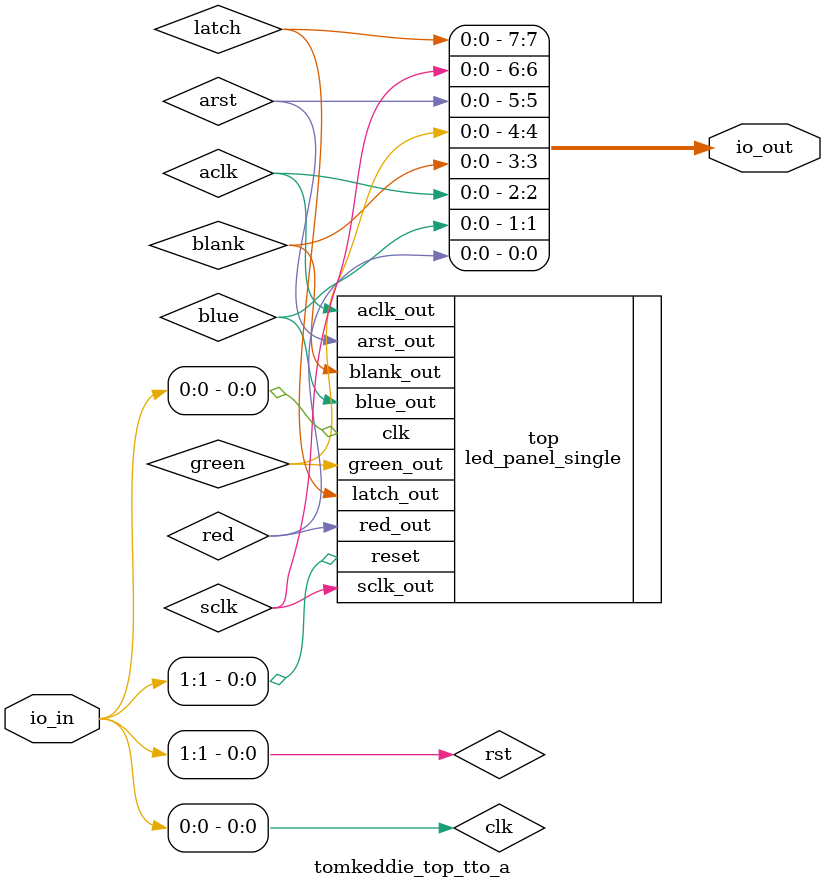
<source format=v>
`default_nettype none

module tomkeddie_top_tto_a
  #(parameter CLOCK_RATE=1000)
  (
   input [7:0]  io_in,
   output [7:0] io_out
   );

  wire          clk;
  wire          rst;
  wire          red; 
  wire          blue;
  wire          aclk;
  wire          blank;
  wire          green;
  wire          arst;
  wire          sclk;
  wire          latch;
  wire [2:0]    rowmax;

  assign io_out[0] = red;
  assign io_out[1] = blue;
  assign io_out[2] = aclk;
  assign io_out[3] = blank;
  assign io_out[4] = green;
  assign io_out[5] = arst;
  assign io_out[6] = sclk;
  assign io_out[7] = latch;

  assign clk       = io_in[0];
  assign rst       = io_in[1];

  // instantiate the component
  led_panel_single top(.clk(clk),
                       .reset(rst), 
                       .red_out(red),     
                       .blue_out(blue),    
                       .aclk_out(aclk),    
                       .blank_out(blank),   
                       .green_out(green),  
                       .arst_out(arst),    
                       .sclk_out(sclk),    
                       .latch_out(latch)
                       );              
  
endmodule

</source>
